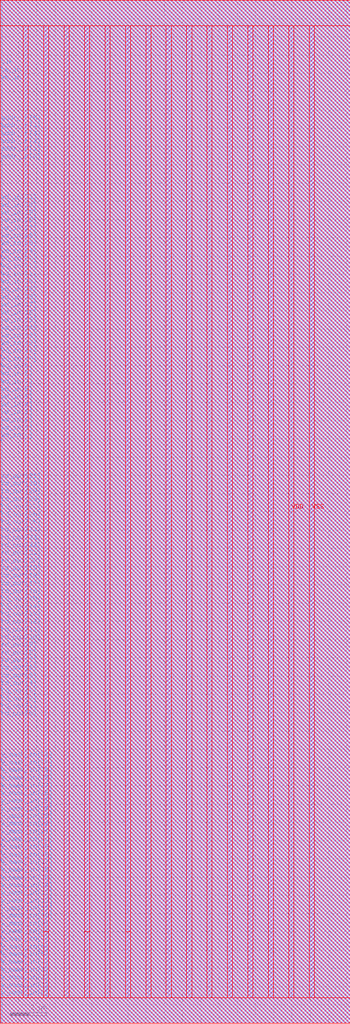
<source format=lef>
VERSION 5.7 ;
BUSBITCHARS "[]" ;
MACRO fakeram45_64x32
  FOREIGN fakeram45_64x32 0 0 ;
  SYMMETRY X Y R90 ;
  SIZE 19.190 BY 56.000 ;
  CLASS BLOCK ;
  PIN w_mask_in[0]
    DIRECTION INPUT ;
    USE SIGNAL ;
    SHAPE ABUTMENT ;
    PORT
      LAYER metal3 ;
      RECT 0.000 1.365 0.070 1.435 ;
    END
  END w_mask_in[0]
  PIN w_mask_in[1]
    DIRECTION INPUT ;
    USE SIGNAL ;
    SHAPE ABUTMENT ;
    PORT
      LAYER metal3 ;
      RECT 0.000 1.785 0.070 1.855 ;
    END
  END w_mask_in[1]
  PIN w_mask_in[2]
    DIRECTION INPUT ;
    USE SIGNAL ;
    SHAPE ABUTMENT ;
    PORT
      LAYER metal3 ;
      RECT 0.000 2.205 0.070 2.275 ;
    END
  END w_mask_in[2]
  PIN w_mask_in[3]
    DIRECTION INPUT ;
    USE SIGNAL ;
    SHAPE ABUTMENT ;
    PORT
      LAYER metal3 ;
      RECT 0.000 2.625 0.070 2.695 ;
    END
  END w_mask_in[3]
  PIN w_mask_in[4]
    DIRECTION INPUT ;
    USE SIGNAL ;
    SHAPE ABUTMENT ;
    PORT
      LAYER metal3 ;
      RECT 0.000 3.045 0.070 3.115 ;
    END
  END w_mask_in[4]
  PIN w_mask_in[5]
    DIRECTION INPUT ;
    USE SIGNAL ;
    SHAPE ABUTMENT ;
    PORT
      LAYER metal3 ;
      RECT 0.000 3.465 0.070 3.535 ;
    END
  END w_mask_in[5]
  PIN w_mask_in[6]
    DIRECTION INPUT ;
    USE SIGNAL ;
    SHAPE ABUTMENT ;
    PORT
      LAYER metal3 ;
      RECT 0.000 3.885 0.070 3.955 ;
    END
  END w_mask_in[6]
  PIN w_mask_in[7]
    DIRECTION INPUT ;
    USE SIGNAL ;
    SHAPE ABUTMENT ;
    PORT
      LAYER metal3 ;
      RECT 0.000 4.305 0.070 4.375 ;
    END
  END w_mask_in[7]
  PIN w_mask_in[8]
    DIRECTION INPUT ;
    USE SIGNAL ;
    SHAPE ABUTMENT ;
    PORT
      LAYER metal3 ;
      RECT 0.000 4.725 0.070 4.795 ;
    END
  END w_mask_in[8]
  PIN w_mask_in[9]
    DIRECTION INPUT ;
    USE SIGNAL ;
    SHAPE ABUTMENT ;
    PORT
      LAYER metal3 ;
      RECT 0.000 5.145 0.070 5.215 ;
    END
  END w_mask_in[9]
  PIN w_mask_in[10]
    DIRECTION INPUT ;
    USE SIGNAL ;
    SHAPE ABUTMENT ;
    PORT
      LAYER metal3 ;
      RECT 0.000 5.565 0.070 5.635 ;
    END
  END w_mask_in[10]
  PIN w_mask_in[11]
    DIRECTION INPUT ;
    USE SIGNAL ;
    SHAPE ABUTMENT ;
    PORT
      LAYER metal3 ;
      RECT 0.000 5.985 0.070 6.055 ;
    END
  END w_mask_in[11]
  PIN w_mask_in[12]
    DIRECTION INPUT ;
    USE SIGNAL ;
    SHAPE ABUTMENT ;
    PORT
      LAYER metal3 ;
      RECT 0.000 6.405 0.070 6.475 ;
    END
  END w_mask_in[12]
  PIN w_mask_in[13]
    DIRECTION INPUT ;
    USE SIGNAL ;
    SHAPE ABUTMENT ;
    PORT
      LAYER metal3 ;
      RECT 0.000 6.825 0.070 6.895 ;
    END
  END w_mask_in[13]
  PIN w_mask_in[14]
    DIRECTION INPUT ;
    USE SIGNAL ;
    SHAPE ABUTMENT ;
    PORT
      LAYER metal3 ;
      RECT 0.000 7.245 0.070 7.315 ;
    END
  END w_mask_in[14]
  PIN w_mask_in[15]
    DIRECTION INPUT ;
    USE SIGNAL ;
    SHAPE ABUTMENT ;
    PORT
      LAYER metal3 ;
      RECT 0.000 7.665 0.070 7.735 ;
    END
  END w_mask_in[15]
  PIN w_mask_in[16]
    DIRECTION INPUT ;
    USE SIGNAL ;
    SHAPE ABUTMENT ;
    PORT
      LAYER metal3 ;
      RECT 0.000 8.085 0.070 8.155 ;
    END
  END w_mask_in[16]
  PIN w_mask_in[17]
    DIRECTION INPUT ;
    USE SIGNAL ;
    SHAPE ABUTMENT ;
    PORT
      LAYER metal3 ;
      RECT 0.000 8.505 0.070 8.575 ;
    END
  END w_mask_in[17]
  PIN w_mask_in[18]
    DIRECTION INPUT ;
    USE SIGNAL ;
    SHAPE ABUTMENT ;
    PORT
      LAYER metal3 ;
      RECT 0.000 8.925 0.070 8.995 ;
    END
  END w_mask_in[18]
  PIN w_mask_in[19]
    DIRECTION INPUT ;
    USE SIGNAL ;
    SHAPE ABUTMENT ;
    PORT
      LAYER metal3 ;
      RECT 0.000 9.345 0.070 9.415 ;
    END
  END w_mask_in[19]
  PIN w_mask_in[20]
    DIRECTION INPUT ;
    USE SIGNAL ;
    SHAPE ABUTMENT ;
    PORT
      LAYER metal3 ;
      RECT 0.000 9.765 0.070 9.835 ;
    END
  END w_mask_in[20]
  PIN w_mask_in[21]
    DIRECTION INPUT ;
    USE SIGNAL ;
    SHAPE ABUTMENT ;
    PORT
      LAYER metal3 ;
      RECT 0.000 10.185 0.070 10.255 ;
    END
  END w_mask_in[21]
  PIN w_mask_in[22]
    DIRECTION INPUT ;
    USE SIGNAL ;
    SHAPE ABUTMENT ;
    PORT
      LAYER metal3 ;
      RECT 0.000 10.605 0.070 10.675 ;
    END
  END w_mask_in[22]
  PIN w_mask_in[23]
    DIRECTION INPUT ;
    USE SIGNAL ;
    SHAPE ABUTMENT ;
    PORT
      LAYER metal3 ;
      RECT 0.000 11.025 0.070 11.095 ;
    END
  END w_mask_in[23]
  PIN w_mask_in[24]
    DIRECTION INPUT ;
    USE SIGNAL ;
    SHAPE ABUTMENT ;
    PORT
      LAYER metal3 ;
      RECT 0.000 11.445 0.070 11.515 ;
    END
  END w_mask_in[24]
  PIN w_mask_in[25]
    DIRECTION INPUT ;
    USE SIGNAL ;
    SHAPE ABUTMENT ;
    PORT
      LAYER metal3 ;
      RECT 0.000 11.865 0.070 11.935 ;
    END
  END w_mask_in[25]
  PIN w_mask_in[26]
    DIRECTION INPUT ;
    USE SIGNAL ;
    SHAPE ABUTMENT ;
    PORT
      LAYER metal3 ;
      RECT 0.000 12.285 0.070 12.355 ;
    END
  END w_mask_in[26]
  PIN w_mask_in[27]
    DIRECTION INPUT ;
    USE SIGNAL ;
    SHAPE ABUTMENT ;
    PORT
      LAYER metal3 ;
      RECT 0.000 12.705 0.070 12.775 ;
    END
  END w_mask_in[27]
  PIN w_mask_in[28]
    DIRECTION INPUT ;
    USE SIGNAL ;
    SHAPE ABUTMENT ;
    PORT
      LAYER metal3 ;
      RECT 0.000 13.125 0.070 13.195 ;
    END
  END w_mask_in[28]
  PIN w_mask_in[29]
    DIRECTION INPUT ;
    USE SIGNAL ;
    SHAPE ABUTMENT ;
    PORT
      LAYER metal3 ;
      RECT 0.000 13.545 0.070 13.615 ;
    END
  END w_mask_in[29]
  PIN w_mask_in[30]
    DIRECTION INPUT ;
    USE SIGNAL ;
    SHAPE ABUTMENT ;
    PORT
      LAYER metal3 ;
      RECT 0.000 13.965 0.070 14.035 ;
    END
  END w_mask_in[30]
  PIN w_mask_in[31]
    DIRECTION INPUT ;
    USE SIGNAL ;
    SHAPE ABUTMENT ;
    PORT
      LAYER metal3 ;
      RECT 0.000 14.385 0.070 14.455 ;
    END
  END w_mask_in[31]
  PIN rd_out[0]
    DIRECTION OUTPUT ;
    USE SIGNAL ;
    SHAPE ABUTMENT ;
    PORT
      LAYER metal3 ;
      RECT 0.000 16.625 0.070 16.695 ;
    END
  END rd_out[0]
  PIN rd_out[1]
    DIRECTION OUTPUT ;
    USE SIGNAL ;
    SHAPE ABUTMENT ;
    PORT
      LAYER metal3 ;
      RECT 0.000 17.045 0.070 17.115 ;
    END
  END rd_out[1]
  PIN rd_out[2]
    DIRECTION OUTPUT ;
    USE SIGNAL ;
    SHAPE ABUTMENT ;
    PORT
      LAYER metal3 ;
      RECT 0.000 17.465 0.070 17.535 ;
    END
  END rd_out[2]
  PIN rd_out[3]
    DIRECTION OUTPUT ;
    USE SIGNAL ;
    SHAPE ABUTMENT ;
    PORT
      LAYER metal3 ;
      RECT 0.000 17.885 0.070 17.955 ;
    END
  END rd_out[3]
  PIN rd_out[4]
    DIRECTION OUTPUT ;
    USE SIGNAL ;
    SHAPE ABUTMENT ;
    PORT
      LAYER metal3 ;
      RECT 0.000 18.305 0.070 18.375 ;
    END
  END rd_out[4]
  PIN rd_out[5]
    DIRECTION OUTPUT ;
    USE SIGNAL ;
    SHAPE ABUTMENT ;
    PORT
      LAYER metal3 ;
      RECT 0.000 18.725 0.070 18.795 ;
    END
  END rd_out[5]
  PIN rd_out[6]
    DIRECTION OUTPUT ;
    USE SIGNAL ;
    SHAPE ABUTMENT ;
    PORT
      LAYER metal3 ;
      RECT 0.000 19.145 0.070 19.215 ;
    END
  END rd_out[6]
  PIN rd_out[7]
    DIRECTION OUTPUT ;
    USE SIGNAL ;
    SHAPE ABUTMENT ;
    PORT
      LAYER metal3 ;
      RECT 0.000 19.565 0.070 19.635 ;
    END
  END rd_out[7]
  PIN rd_out[8]
    DIRECTION OUTPUT ;
    USE SIGNAL ;
    SHAPE ABUTMENT ;
    PORT
      LAYER metal3 ;
      RECT 0.000 19.985 0.070 20.055 ;
    END
  END rd_out[8]
  PIN rd_out[9]
    DIRECTION OUTPUT ;
    USE SIGNAL ;
    SHAPE ABUTMENT ;
    PORT
      LAYER metal3 ;
      RECT 0.000 20.405 0.070 20.475 ;
    END
  END rd_out[9]
  PIN rd_out[10]
    DIRECTION OUTPUT ;
    USE SIGNAL ;
    SHAPE ABUTMENT ;
    PORT
      LAYER metal3 ;
      RECT 0.000 20.825 0.070 20.895 ;
    END
  END rd_out[10]
  PIN rd_out[11]
    DIRECTION OUTPUT ;
    USE SIGNAL ;
    SHAPE ABUTMENT ;
    PORT
      LAYER metal3 ;
      RECT 0.000 21.245 0.070 21.315 ;
    END
  END rd_out[11]
  PIN rd_out[12]
    DIRECTION OUTPUT ;
    USE SIGNAL ;
    SHAPE ABUTMENT ;
    PORT
      LAYER metal3 ;
      RECT 0.000 21.665 0.070 21.735 ;
    END
  END rd_out[12]
  PIN rd_out[13]
    DIRECTION OUTPUT ;
    USE SIGNAL ;
    SHAPE ABUTMENT ;
    PORT
      LAYER metal3 ;
      RECT 0.000 22.085 0.070 22.155 ;
    END
  END rd_out[13]
  PIN rd_out[14]
    DIRECTION OUTPUT ;
    USE SIGNAL ;
    SHAPE ABUTMENT ;
    PORT
      LAYER metal3 ;
      RECT 0.000 22.505 0.070 22.575 ;
    END
  END rd_out[14]
  PIN rd_out[15]
    DIRECTION OUTPUT ;
    USE SIGNAL ;
    SHAPE ABUTMENT ;
    PORT
      LAYER metal3 ;
      RECT 0.000 22.925 0.070 22.995 ;
    END
  END rd_out[15]
  PIN rd_out[16]
    DIRECTION OUTPUT ;
    USE SIGNAL ;
    SHAPE ABUTMENT ;
    PORT
      LAYER metal3 ;
      RECT 0.000 23.345 0.070 23.415 ;
    END
  END rd_out[16]
  PIN rd_out[17]
    DIRECTION OUTPUT ;
    USE SIGNAL ;
    SHAPE ABUTMENT ;
    PORT
      LAYER metal3 ;
      RECT 0.000 23.765 0.070 23.835 ;
    END
  END rd_out[17]
  PIN rd_out[18]
    DIRECTION OUTPUT ;
    USE SIGNAL ;
    SHAPE ABUTMENT ;
    PORT
      LAYER metal3 ;
      RECT 0.000 24.185 0.070 24.255 ;
    END
  END rd_out[18]
  PIN rd_out[19]
    DIRECTION OUTPUT ;
    USE SIGNAL ;
    SHAPE ABUTMENT ;
    PORT
      LAYER metal3 ;
      RECT 0.000 24.605 0.070 24.675 ;
    END
  END rd_out[19]
  PIN rd_out[20]
    DIRECTION OUTPUT ;
    USE SIGNAL ;
    SHAPE ABUTMENT ;
    PORT
      LAYER metal3 ;
      RECT 0.000 25.025 0.070 25.095 ;
    END
  END rd_out[20]
  PIN rd_out[21]
    DIRECTION OUTPUT ;
    USE SIGNAL ;
    SHAPE ABUTMENT ;
    PORT
      LAYER metal3 ;
      RECT 0.000 25.445 0.070 25.515 ;
    END
  END rd_out[21]
  PIN rd_out[22]
    DIRECTION OUTPUT ;
    USE SIGNAL ;
    SHAPE ABUTMENT ;
    PORT
      LAYER metal3 ;
      RECT 0.000 25.865 0.070 25.935 ;
    END
  END rd_out[22]
  PIN rd_out[23]
    DIRECTION OUTPUT ;
    USE SIGNAL ;
    SHAPE ABUTMENT ;
    PORT
      LAYER metal3 ;
      RECT 0.000 26.285 0.070 26.355 ;
    END
  END rd_out[23]
  PIN rd_out[24]
    DIRECTION OUTPUT ;
    USE SIGNAL ;
    SHAPE ABUTMENT ;
    PORT
      LAYER metal3 ;
      RECT 0.000 26.705 0.070 26.775 ;
    END
  END rd_out[24]
  PIN rd_out[25]
    DIRECTION OUTPUT ;
    USE SIGNAL ;
    SHAPE ABUTMENT ;
    PORT
      LAYER metal3 ;
      RECT 0.000 27.125 0.070 27.195 ;
    END
  END rd_out[25]
  PIN rd_out[26]
    DIRECTION OUTPUT ;
    USE SIGNAL ;
    SHAPE ABUTMENT ;
    PORT
      LAYER metal3 ;
      RECT 0.000 27.545 0.070 27.615 ;
    END
  END rd_out[26]
  PIN rd_out[27]
    DIRECTION OUTPUT ;
    USE SIGNAL ;
    SHAPE ABUTMENT ;
    PORT
      LAYER metal3 ;
      RECT 0.000 27.965 0.070 28.035 ;
    END
  END rd_out[27]
  PIN rd_out[28]
    DIRECTION OUTPUT ;
    USE SIGNAL ;
    SHAPE ABUTMENT ;
    PORT
      LAYER metal3 ;
      RECT 0.000 28.385 0.070 28.455 ;
    END
  END rd_out[28]
  PIN rd_out[29]
    DIRECTION OUTPUT ;
    USE SIGNAL ;
    SHAPE ABUTMENT ;
    PORT
      LAYER metal3 ;
      RECT 0.000 28.805 0.070 28.875 ;
    END
  END rd_out[29]
  PIN rd_out[30]
    DIRECTION OUTPUT ;
    USE SIGNAL ;
    SHAPE ABUTMENT ;
    PORT
      LAYER metal3 ;
      RECT 0.000 29.225 0.070 29.295 ;
    END
  END rd_out[30]
  PIN rd_out[31]
    DIRECTION OUTPUT ;
    USE SIGNAL ;
    SHAPE ABUTMENT ;
    PORT
      LAYER metal3 ;
      RECT 0.000 29.645 0.070 29.715 ;
    END
  END rd_out[31]
  PIN wd_in[0]
    DIRECTION INPUT ;
    USE SIGNAL ;
    SHAPE ABUTMENT ;
    PORT
      LAYER metal3 ;
      RECT 0.000 31.885 0.070 31.955 ;
    END
  END wd_in[0]
  PIN wd_in[1]
    DIRECTION INPUT ;
    USE SIGNAL ;
    SHAPE ABUTMENT ;
    PORT
      LAYER metal3 ;
      RECT 0.000 32.305 0.070 32.375 ;
    END
  END wd_in[1]
  PIN wd_in[2]
    DIRECTION INPUT ;
    USE SIGNAL ;
    SHAPE ABUTMENT ;
    PORT
      LAYER metal3 ;
      RECT 0.000 32.725 0.070 32.795 ;
    END
  END wd_in[2]
  PIN wd_in[3]
    DIRECTION INPUT ;
    USE SIGNAL ;
    SHAPE ABUTMENT ;
    PORT
      LAYER metal3 ;
      RECT 0.000 33.145 0.070 33.215 ;
    END
  END wd_in[3]
  PIN wd_in[4]
    DIRECTION INPUT ;
    USE SIGNAL ;
    SHAPE ABUTMENT ;
    PORT
      LAYER metal3 ;
      RECT 0.000 33.565 0.070 33.635 ;
    END
  END wd_in[4]
  PIN wd_in[5]
    DIRECTION INPUT ;
    USE SIGNAL ;
    SHAPE ABUTMENT ;
    PORT
      LAYER metal3 ;
      RECT 0.000 33.985 0.070 34.055 ;
    END
  END wd_in[5]
  PIN wd_in[6]
    DIRECTION INPUT ;
    USE SIGNAL ;
    SHAPE ABUTMENT ;
    PORT
      LAYER metal3 ;
      RECT 0.000 34.405 0.070 34.475 ;
    END
  END wd_in[6]
  PIN wd_in[7]
    DIRECTION INPUT ;
    USE SIGNAL ;
    SHAPE ABUTMENT ;
    PORT
      LAYER metal3 ;
      RECT 0.000 34.825 0.070 34.895 ;
    END
  END wd_in[7]
  PIN wd_in[8]
    DIRECTION INPUT ;
    USE SIGNAL ;
    SHAPE ABUTMENT ;
    PORT
      LAYER metal3 ;
      RECT 0.000 35.245 0.070 35.315 ;
    END
  END wd_in[8]
  PIN wd_in[9]
    DIRECTION INPUT ;
    USE SIGNAL ;
    SHAPE ABUTMENT ;
    PORT
      LAYER metal3 ;
      RECT 0.000 35.665 0.070 35.735 ;
    END
  END wd_in[9]
  PIN wd_in[10]
    DIRECTION INPUT ;
    USE SIGNAL ;
    SHAPE ABUTMENT ;
    PORT
      LAYER metal3 ;
      RECT 0.000 36.085 0.070 36.155 ;
    END
  END wd_in[10]
  PIN wd_in[11]
    DIRECTION INPUT ;
    USE SIGNAL ;
    SHAPE ABUTMENT ;
    PORT
      LAYER metal3 ;
      RECT 0.000 36.505 0.070 36.575 ;
    END
  END wd_in[11]
  PIN wd_in[12]
    DIRECTION INPUT ;
    USE SIGNAL ;
    SHAPE ABUTMENT ;
    PORT
      LAYER metal3 ;
      RECT 0.000 36.925 0.070 36.995 ;
    END
  END wd_in[12]
  PIN wd_in[13]
    DIRECTION INPUT ;
    USE SIGNAL ;
    SHAPE ABUTMENT ;
    PORT
      LAYER metal3 ;
      RECT 0.000 37.345 0.070 37.415 ;
    END
  END wd_in[13]
  PIN wd_in[14]
    DIRECTION INPUT ;
    USE SIGNAL ;
    SHAPE ABUTMENT ;
    PORT
      LAYER metal3 ;
      RECT 0.000 37.765 0.070 37.835 ;
    END
  END wd_in[14]
  PIN wd_in[15]
    DIRECTION INPUT ;
    USE SIGNAL ;
    SHAPE ABUTMENT ;
    PORT
      LAYER metal3 ;
      RECT 0.000 38.185 0.070 38.255 ;
    END
  END wd_in[15]
  PIN wd_in[16]
    DIRECTION INPUT ;
    USE SIGNAL ;
    SHAPE ABUTMENT ;
    PORT
      LAYER metal3 ;
      RECT 0.000 38.605 0.070 38.675 ;
    END
  END wd_in[16]
  PIN wd_in[17]
    DIRECTION INPUT ;
    USE SIGNAL ;
    SHAPE ABUTMENT ;
    PORT
      LAYER metal3 ;
      RECT 0.000 39.025 0.070 39.095 ;
    END
  END wd_in[17]
  PIN wd_in[18]
    DIRECTION INPUT ;
    USE SIGNAL ;
    SHAPE ABUTMENT ;
    PORT
      LAYER metal3 ;
      RECT 0.000 39.445 0.070 39.515 ;
    END
  END wd_in[18]
  PIN wd_in[19]
    DIRECTION INPUT ;
    USE SIGNAL ;
    SHAPE ABUTMENT ;
    PORT
      LAYER metal3 ;
      RECT 0.000 39.865 0.070 39.935 ;
    END
  END wd_in[19]
  PIN wd_in[20]
    DIRECTION INPUT ;
    USE SIGNAL ;
    SHAPE ABUTMENT ;
    PORT
      LAYER metal3 ;
      RECT 0.000 40.285 0.070 40.355 ;
    END
  END wd_in[20]
  PIN wd_in[21]
    DIRECTION INPUT ;
    USE SIGNAL ;
    SHAPE ABUTMENT ;
    PORT
      LAYER metal3 ;
      RECT 0.000 40.705 0.070 40.775 ;
    END
  END wd_in[21]
  PIN wd_in[22]
    DIRECTION INPUT ;
    USE SIGNAL ;
    SHAPE ABUTMENT ;
    PORT
      LAYER metal3 ;
      RECT 0.000 41.125 0.070 41.195 ;
    END
  END wd_in[22]
  PIN wd_in[23]
    DIRECTION INPUT ;
    USE SIGNAL ;
    SHAPE ABUTMENT ;
    PORT
      LAYER metal3 ;
      RECT 0.000 41.545 0.070 41.615 ;
    END
  END wd_in[23]
  PIN wd_in[24]
    DIRECTION INPUT ;
    USE SIGNAL ;
    SHAPE ABUTMENT ;
    PORT
      LAYER metal3 ;
      RECT 0.000 41.965 0.070 42.035 ;
    END
  END wd_in[24]
  PIN wd_in[25]
    DIRECTION INPUT ;
    USE SIGNAL ;
    SHAPE ABUTMENT ;
    PORT
      LAYER metal3 ;
      RECT 0.000 42.385 0.070 42.455 ;
    END
  END wd_in[25]
  PIN wd_in[26]
    DIRECTION INPUT ;
    USE SIGNAL ;
    SHAPE ABUTMENT ;
    PORT
      LAYER metal3 ;
      RECT 0.000 42.805 0.070 42.875 ;
    END
  END wd_in[26]
  PIN wd_in[27]
    DIRECTION INPUT ;
    USE SIGNAL ;
    SHAPE ABUTMENT ;
    PORT
      LAYER metal3 ;
      RECT 0.000 43.225 0.070 43.295 ;
    END
  END wd_in[27]
  PIN wd_in[28]
    DIRECTION INPUT ;
    USE SIGNAL ;
    SHAPE ABUTMENT ;
    PORT
      LAYER metal3 ;
      RECT 0.000 43.645 0.070 43.715 ;
    END
  END wd_in[28]
  PIN wd_in[29]
    DIRECTION INPUT ;
    USE SIGNAL ;
    SHAPE ABUTMENT ;
    PORT
      LAYER metal3 ;
      RECT 0.000 44.065 0.070 44.135 ;
    END
  END wd_in[29]
  PIN wd_in[30]
    DIRECTION INPUT ;
    USE SIGNAL ;
    SHAPE ABUTMENT ;
    PORT
      LAYER metal3 ;
      RECT 0.000 44.485 0.070 44.555 ;
    END
  END wd_in[30]
  PIN wd_in[31]
    DIRECTION INPUT ;
    USE SIGNAL ;
    SHAPE ABUTMENT ;
    PORT
      LAYER metal3 ;
      RECT 0.000 44.905 0.070 44.975 ;
    END
  END wd_in[31]
  PIN addr_in[0]
    DIRECTION INPUT ;
    USE SIGNAL ;
    SHAPE ABUTMENT ;
    PORT
      LAYER metal3 ;
      RECT 0.000 47.145 0.070 47.215 ;
    END
  END addr_in[0]
  PIN addr_in[1]
    DIRECTION INPUT ;
    USE SIGNAL ;
    SHAPE ABUTMENT ;
    PORT
      LAYER metal3 ;
      RECT 0.000 47.565 0.070 47.635 ;
    END
  END addr_in[1]
  PIN addr_in[2]
    DIRECTION INPUT ;
    USE SIGNAL ;
    SHAPE ABUTMENT ;
    PORT
      LAYER metal3 ;
      RECT 0.000 47.985 0.070 48.055 ;
    END
  END addr_in[2]
  PIN addr_in[3]
    DIRECTION INPUT ;
    USE SIGNAL ;
    SHAPE ABUTMENT ;
    PORT
      LAYER metal3 ;
      RECT 0.000 48.405 0.070 48.475 ;
    END
  END addr_in[3]
  PIN addr_in[4]
    DIRECTION INPUT ;
    USE SIGNAL ;
    SHAPE ABUTMENT ;
    PORT
      LAYER metal3 ;
      RECT 0.000 48.825 0.070 48.895 ;
    END
  END addr_in[4]
  PIN addr_in[5]
    DIRECTION INPUT ;
    USE SIGNAL ;
    SHAPE ABUTMENT ;
    PORT
      LAYER metal3 ;
      RECT 0.000 49.245 0.070 49.315 ;
    END
  END addr_in[5]
  PIN we_in
    DIRECTION INPUT ;
    USE SIGNAL ;
    SHAPE ABUTMENT ;
    PORT
      LAYER metal3 ;
      RECT 0.000 51.485 0.070 51.555 ;
    END
  END we_in
  PIN ce_in
    DIRECTION INPUT ;
    USE SIGNAL ;
    SHAPE ABUTMENT ;
    PORT
      LAYER metal3 ;
      RECT 0.000 51.905 0.070 51.975 ;
    END
  END ce_in
  PIN clk
    DIRECTION INPUT ;
    USE SIGNAL ;
    SHAPE ABUTMENT ;
    PORT
      LAYER metal3 ;
      RECT 0.000 52.325 0.070 52.395 ;
    END
  END clk
  PIN VSS
    DIRECTION INOUT ;
    USE GROUND ;
    PORT
      LAYER metal4 ;
      RECT 1.260 1.400 1.540 54.600 ;
      RECT 3.500 1.400 3.780 54.600 ;
      RECT 5.740 1.400 6.020 54.600 ;
      RECT 7.980 1.400 8.260 54.600 ;
      RECT 10.220 1.400 10.500 54.600 ;
      RECT 12.460 1.400 12.740 54.600 ;
      RECT 14.700 1.400 14.980 54.600 ;
      RECT 16.940 1.400 17.220 54.600 ;
    END
  END VSS
  PIN VDD
    DIRECTION INOUT ;
    USE POWER ;
    PORT
      LAYER metal4 ;
      RECT 2.380 1.400 2.660 54.600 ;
      RECT 2.380 5.000 2.660 54.600 ;
      RECT 4.620 1.400 4.900 54.600 ;
      RECT 4.620 5.000 4.900 54.600 ;
      RECT 6.860 1.400 7.140 54.600 ;
      RECT 6.860 5.000 7.140 54.600 ;
      RECT 9.100 1.400 9.380 54.600 ;
      RECT 11.340 1.400 11.620 54.600 ;
      RECT 13.580 1.400 13.860 54.600 ;
      RECT 15.820 1.400 16.100 54.600 ;
    END
  END VDD
  OBS
    LAYER metal1 ;
    RECT 0 0 19.190 56.000 ;
    LAYER metal2 ;
    RECT 0 0 19.190 56.000 ;
    LAYER metal3 ;
    RECT 0.070 0 19.190 56.000 ;
    RECT 0 0.000 0.070 1.365 ;
    RECT 0 1.435 0.070 1.785 ;
    RECT 0 1.855 0.070 2.205 ;
    RECT 0 2.275 0.070 2.625 ;
    RECT 0 2.695 0.070 3.045 ;
    RECT 0 3.115 0.070 3.465 ;
    RECT 0 3.535 0.070 3.885 ;
    RECT 0 3.955 0.070 4.305 ;
    RECT 0 4.375 0.070 4.725 ;
    RECT 0 4.795 0.070 5.145 ;
    RECT 0 5.215 0.070 5.565 ;
    RECT 0 5.635 0.070 5.985 ;
    RECT 0 6.055 0.070 6.405 ;
    RECT 0 6.475 0.070 6.825 ;
    RECT 0 6.895 0.070 7.245 ;
    RECT 0 7.315 0.070 7.665 ;
    RECT 0 7.735 0.070 8.085 ;
    RECT 0 8.155 0.070 8.505 ;
    RECT 0 8.575 0.070 8.925 ;
    RECT 0 8.995 0.070 9.345 ;
    RECT 0 9.415 0.070 9.765 ;
    RECT 0 9.835 0.070 10.185 ;
    RECT 0 10.255 0.070 10.605 ;
    RECT 0 10.675 0.070 11.025 ;
    RECT 0 11.095 0.070 11.445 ;
    RECT 0 11.515 0.070 11.865 ;
    RECT 0 11.935 0.070 12.285 ;
    RECT 0 12.355 0.070 12.705 ;
    RECT 0 12.775 0.070 13.125 ;
    RECT 0 13.195 0.070 13.545 ;
    RECT 0 13.615 0.070 13.965 ;
    RECT 0 14.035 0.070 14.385 ;
    RECT 0 14.455 0.070 16.625 ;
    RECT 0 16.695 0.070 17.045 ;
    RECT 0 17.115 0.070 17.465 ;
    RECT 0 17.535 0.070 17.885 ;
    RECT 0 17.955 0.070 18.305 ;
    RECT 0 18.375 0.070 18.725 ;
    RECT 0 18.795 0.070 19.145 ;
    RECT 0 19.215 0.070 19.565 ;
    RECT 0 19.635 0.070 19.985 ;
    RECT 0 20.055 0.070 20.405 ;
    RECT 0 20.475 0.070 20.825 ;
    RECT 0 20.895 0.070 21.245 ;
    RECT 0 21.315 0.070 21.665 ;
    RECT 0 21.735 0.070 22.085 ;
    RECT 0 22.155 0.070 22.505 ;
    RECT 0 22.575 0.070 22.925 ;
    RECT 0 22.995 0.070 23.345 ;
    RECT 0 23.415 0.070 23.765 ;
    RECT 0 23.835 0.070 24.185 ;
    RECT 0 24.255 0.070 24.605 ;
    RECT 0 24.675 0.070 25.025 ;
    RECT 0 25.095 0.070 25.445 ;
    RECT 0 25.515 0.070 25.865 ;
    RECT 0 25.935 0.070 26.285 ;
    RECT 0 26.355 0.070 26.705 ;
    RECT 0 26.775 0.070 27.125 ;
    RECT 0 27.195 0.070 27.545 ;
    RECT 0 27.615 0.070 27.965 ;
    RECT 0 28.035 0.070 28.385 ;
    RECT 0 28.455 0.070 28.805 ;
    RECT 0 28.875 0.070 29.225 ;
    RECT 0 29.295 0.070 29.645 ;
    RECT 0 29.715 0.070 31.885 ;
    RECT 0 31.955 0.070 32.305 ;
    RECT 0 32.375 0.070 32.725 ;
    RECT 0 32.795 0.070 33.145 ;
    RECT 0 33.215 0.070 33.565 ;
    RECT 0 33.635 0.070 33.985 ;
    RECT 0 34.055 0.070 34.405 ;
    RECT 0 34.475 0.070 34.825 ;
    RECT 0 34.895 0.070 35.245 ;
    RECT 0 35.315 0.070 35.665 ;
    RECT 0 35.735 0.070 36.085 ;
    RECT 0 36.155 0.070 36.505 ;
    RECT 0 36.575 0.070 36.925 ;
    RECT 0 36.995 0.070 37.345 ;
    RECT 0 37.415 0.070 37.765 ;
    RECT 0 37.835 0.070 38.185 ;
    RECT 0 38.255 0.070 38.605 ;
    RECT 0 38.675 0.070 39.025 ;
    RECT 0 39.095 0.070 39.445 ;
    RECT 0 39.515 0.070 39.865 ;
    RECT 0 39.935 0.070 40.285 ;
    RECT 0 40.355 0.070 40.705 ;
    RECT 0 40.775 0.070 41.125 ;
    RECT 0 41.195 0.070 41.545 ;
    RECT 0 41.615 0.070 41.965 ;
    RECT 0 42.035 0.070 42.385 ;
    RECT 0 42.455 0.070 42.805 ;
    RECT 0 42.875 0.070 43.225 ;
    RECT 0 43.295 0.070 43.645 ;
    RECT 0 43.715 0.070 44.065 ;
    RECT 0 44.135 0.070 44.485 ;
    RECT 0 44.555 0.070 44.905 ;
    RECT 0 44.975 0.070 47.145 ;
    RECT 0 47.215 0.070 47.565 ;
    RECT 0 47.635 0.070 47.985 ;
    RECT 0 48.055 0.070 48.405 ;
    RECT 0 48.475 0.070 48.825 ;
    RECT 0 48.895 0.070 49.245 ;
    RECT 0 49.315 0.070 51.485 ;
    RECT 0 51.555 0.070 51.905 ;
    RECT 0 51.975 0.070 52.325 ;
    RECT 0 52.395 0.070 56.000 ;
    LAYER metal4 ;
    RECT 0 0 19.190 1.400 ;
    RECT 0 54.600 19.190 56.000 ;
    RECT 0.000 1.400 1.260 54.600 ;
    RECT 1.540 1.400 2.380 54.600 ;
    RECT 2.660 1.400 3.500 54.600 ;
    RECT 3.780 1.400 4.620 54.600 ;
    RECT 4.900 1.400 5.740 54.600 ;
    RECT 6.020 1.400 6.860 54.600 ;
    RECT 7.140 1.400 7.980 54.600 ;
    RECT 8.260 1.400 9.100 54.600 ;
    RECT 9.380 1.400 10.220 54.600 ;
    RECT 10.500 1.400 11.340 54.600 ;
    RECT 11.620 1.400 12.460 54.600 ;
    RECT 12.740 1.400 13.580 54.600 ;
    RECT 13.860 1.400 14.700 54.600 ;
    RECT 14.980 1.400 15.820 54.600 ;
    RECT 16.100 1.400 16.940 54.600 ;
    RECT 17.220 1.400 19.190 54.600 ;
    LAYER OVERLAP ;
    RECT 0 0 19.190 56.000 ;
  END
END fakeram45_64x32

END LIBRARY

</source>
